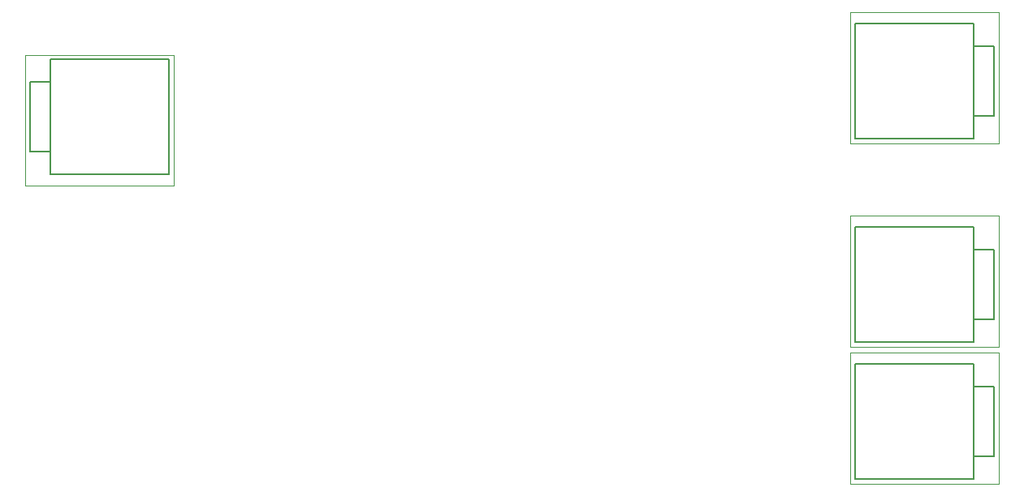
<source format=gbr>
G04 DipTrace 3.3.1.3*
G04 sym-lib-table.gbr*
%MOIN*%
G04 #@! TF.FileFunction,Drawing,Top*
G04 #@! TF.Part,Single*
%ADD50C,0.007874*%
%ADD51C,0.003937*%
%FSLAX26Y26*%
G04*
G70*
G90*
G75*
G01*
G04 TopAssy*
%LPD*%
X3738765Y2212501D2*
D50*
Y2684935D1*
X4226954D1*
Y2212501D1*
X3738765D1*
X4226954Y2305003D2*
Y2592433D1*
X4309641D1*
Y2305003D1*
X4226954D1*
X3720275Y2192814D2*
D51*
Y2732184D1*
X4330511D1*
Y2192814D1*
X3720275D1*
X3738765Y1375001D2*
D50*
Y1847435D1*
X4226954D1*
Y1375001D1*
X3738765D1*
X4226954Y1467503D2*
Y1754933D1*
X4309641D1*
Y1467503D1*
X4226954D1*
X3720275Y1355314D2*
D51*
Y1894684D1*
X4330511D1*
Y1355314D1*
X3720275D1*
X923635Y2537399D2*
D50*
Y2064965D1*
X435446D1*
Y2537399D1*
X923635D1*
X435446Y2444897D2*
Y2157467D1*
X352759D1*
Y2444897D1*
X435446D1*
X942125Y2557086D2*
D51*
Y2017716D1*
X331889D1*
Y2557086D1*
X942125D1*
X3738765Y812501D2*
D50*
Y1284935D1*
X4226954D1*
Y812501D1*
X3738765D1*
X4226954Y905003D2*
Y1192433D1*
X4309641D1*
Y905003D1*
X4226954D1*
X3720275Y792814D2*
D51*
Y1332184D1*
X4330511D1*
Y792814D1*
X3720275D1*
M02*

</source>
